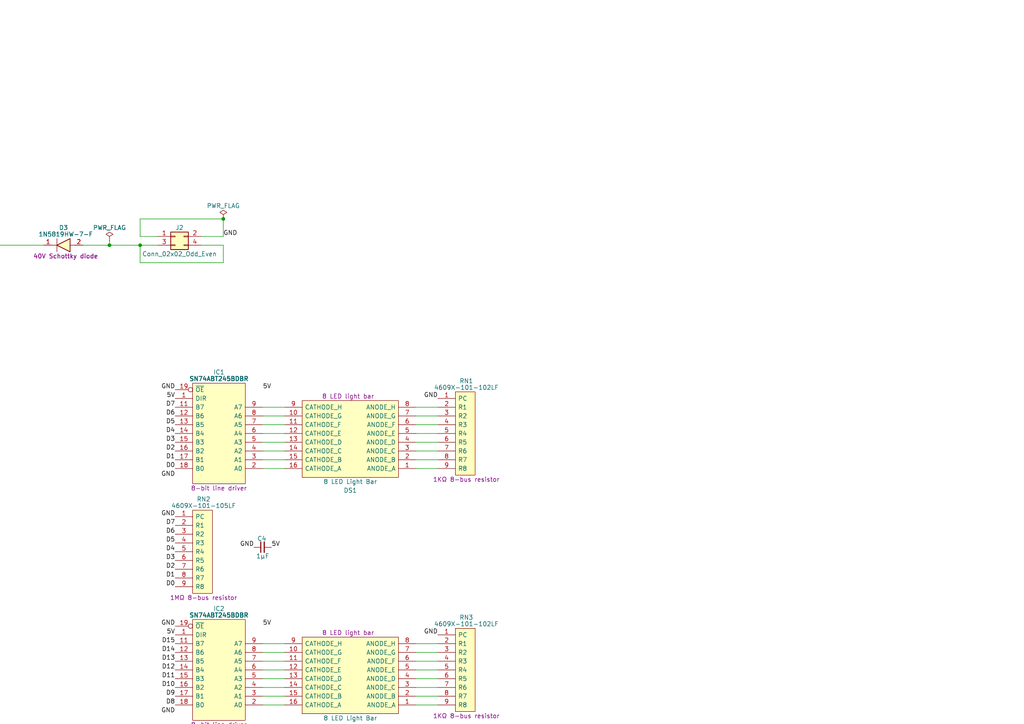
<source format=kicad_sch>
(kicad_sch (version 20231120) (generator "eeschema") (generator_version "8.0")
  (paper "A4")
  (title_block (title "Signal Tester Left") (date "2024-01-28") (rev "V0"))
  (lib_symbols
    (symbol "Bourns:4609X-101-102LF" (pin_names (offset 0.762))
      (property "Reference" "RN" (at 8.255 5.08 0))
      (property "Value" "4609X-101-102LF" (at 8.255 3.175 0))
      (property "Description" "1KΩ 8-bus resistor" (at 8.255 -23.495 0))
      (symbol "4609X-101-102LF_0_0"
        (pin passive line (at 0 0 0) (length 5.08) (name "PC") (number "1"))
        (pin passive line (at 0 -2.54 0) (length 5.08) (name "R1") (number "2"))
        (pin passive line (at 0 -5.08 0) (length 5.08) (name "R2") (number "3"))
        (pin passive line (at 0 -7.62 0) (length 5.08) (name "R3") (number "4"))
        (pin passive line (at 0 -10.16 0) (length 5.08) (name "R4") (number "5"))
        (pin passive line (at 0 -12.7 0) (length 5.08) (name "R5") (number "6"))
        (pin passive line (at 0 -15.24 0) (length 5.08) (name "R6") (number "7"))
        (pin passive line (at 0 -17.78 0) (length 5.08) (name "R7") (number "8"))
        (pin passive line (at 0 -20.32 0) (length 5.08) (name "R8") (number "9"))
      )
      (symbol "4609X-101-102LF_0_1"
        (polyline (pts (xy 5.08 1.905) (xy 10.795 1.905) (xy 10.795 -22.225) (xy 5.08 -22.225) (xy 5.08 1.905)) (stroke (width 0.1524)) (fill (type background)))
      )
    )
    (symbol "Bourns:4609X-101-105LF" (pin_names (offset 0.762))
      (property "Reference" "RN" (at 8.255 5.08 0))
      (property "Value" "4609X-101-105LF" (at 8.255 3.175 0))
      (property "Description" "1MΩ 8-bus resistor" (at 8.255 -23.495 0))
      (symbol "4609X-101-105LF_0_0"
        (pin passive line (at 0 0 0) (length 5.08) (name "PC") (number "1"))
        (pin passive line (at 0 -2.54 0) (length 5.08) (name "R1") (number "2"))
        (pin passive line (at 0 -5.08 0) (length 5.08) (name "R2") (number "3"))
        (pin passive line (at 0 -7.62 0) (length 5.08) (name "R3") (number "4"))
        (pin passive line (at 0 -10.16 0) (length 5.08) (name "R4") (number "5"))
        (pin passive line (at 0 -12.7 0) (length 5.08) (name "R5") (number "6"))
        (pin passive line (at 0 -15.24 0) (length 5.08) (name "R6") (number "7"))
        (pin passive line (at 0 -17.78 0) (length 5.08) (name "R7") (number "8"))
        (pin passive line (at 0 -20.32 0) (length 5.08) (name "R8") (number "9"))
      )
      (symbol "4609X-101-105LF_0_1"
        (polyline (pts (xy 5.08 1.905) (xy 10.795 1.905) (xy 10.795 -22.225) (xy 5.08 -22.225) (xy 5.08 1.905)) (stroke (width 0.1524)) (fill (type background)))
      )
    )
    (symbol "Connector_Generic:Conn_02x02_Odd_Even" (pin_names (offset 1.016) hide)
      (property "Reference" "J" (at 1.27 2.54 0))
      (property "Value" "Conn_02x02_Odd_Even" (at 1.27 -5.08 0))
      (symbol "Conn_02x02_Odd_Even_1_1"
        (rectangle (start -1.27 -2.413) (end 0 -2.667) (stroke (width 0.1524)))
        (rectangle (start -1.27 0.127) (end 0 -0.127) (stroke (width 0.1524)))
        (rectangle (start -1.27 1.27) (end 3.81 -3.81) (stroke (width 0.254)) (fill (type background)))
        (rectangle (start 3.81 -2.413) (end 2.54 -2.667) (stroke (width 0.1524)))
        (rectangle (start 3.81 0.127) (end 2.54 -0.127) (stroke (width 0.1524)))
        (pin passive line (at -5.08 0 0) (length 3.81) (name "Pin_1") (number "1"))
        (pin passive line (at 7.62 0 180) (length 3.81) (name "Pin_2") (number "2"))
        (pin passive line (at -5.08 -2.54 0) (length 3.81) (name "Pin_3") (number "3"))
        (pin passive line (at 7.62 -2.54 180) (length 3.81) (name "Pin_4") (number "4"))
      )
    )
    (symbol "Connector_Generic:Conn_02x32_Odd_Even" (pin_names (offset 1.016) hide)
      (property "Reference" "J" (at 1.27 40.64 0))
      (property "Value" "Conn_02x32_Odd_Even" (at 1.27 -43.18 0))
      (symbol "Conn_02x32_Odd_Even_1_1"
        (rectangle (start -1.27 -40.513) (end 0 -40.767) (stroke (width 0.1524)))
        (rectangle (start -1.27 -37.973) (end 0 -38.227) (stroke (width 0.1524)))
        (rectangle (start -1.27 -35.433) (end 0 -35.687) (stroke (width 0.1524)))
        (rectangle (start -1.27 -32.893) (end 0 -33.147) (stroke (width 0.1524)))
        (rectangle (start -1.27 -30.353) (end 0 -30.607) (stroke (width 0.1524)))
        (rectangle (start -1.27 -27.813) (end 0 -28.067) (stroke (width 0.1524)))
        (rectangle (start -1.27 -25.273) (end 0 -25.527) (stroke (width 0.1524)))
        (rectangle (start -1.27 -22.733) (end 0 -22.987) (stroke (width 0.1524)))
        (rectangle (start -1.27 -20.193) (end 0 -20.447) (stroke (width 0.1524)))
        (rectangle (start -1.27 -17.653) (end 0 -17.907) (stroke (width 0.1524)))
        (rectangle (start -1.27 -15.113) (end 0 -15.367) (stroke (width 0.1524)))
        (rectangle (start -1.27 -12.573) (end 0 -12.827) (stroke (width 0.1524)))
        (rectangle (start -1.27 -10.033) (end 0 -10.287) (stroke (width 0.1524)))
        (rectangle (start -1.27 -7.493) (end 0 -7.747) (stroke (width 0.1524)))
        (rectangle (start -1.27 -4.953) (end 0 -5.207) (stroke (width 0.1524)))
        (rectangle (start -1.27 -2.413) (end 0 -2.667) (stroke (width 0.1524)))
        (rectangle (start -1.27 0.127) (end 0 -0.127) (stroke (width 0.1524)))
        (rectangle (start -1.27 2.667) (end 0 2.413) (stroke (width 0.1524)))
        (rectangle (start -1.27 5.207) (end 0 4.953) (stroke (width 0.1524)))
        (rectangle (start -1.27 7.747) (end 0 7.493) (stroke (width 0.1524)))
        (rectangle (start -1.27 10.287) (end 0 10.033) (stroke (width 0.1524)))
        (rectangle (start -1.27 12.827) (end 0 12.573) (stroke (width 0.1524)))
        (rectangle (start -1.27 15.367) (end 0 15.113) (stroke (width 0.1524)))
        (rectangle (start -1.27 17.907) (end 0 17.653) (stroke (width 0.1524)))
        (rectangle (start -1.27 20.447) (end 0 20.193) (stroke (width 0.1524)))
        (rectangle (start -1.27 22.987) (end 0 22.733) (stroke (width 0.1524)))
        (rectangle (start -1.27 25.527) (end 0 25.273) (stroke (width 0.1524)))
        (rectangle (start -1.27 28.067) (end 0 27.813) (stroke (width 0.1524)))
        (rectangle (start -1.27 30.607) (end 0 30.353) (stroke (width 0.1524)))
        (rectangle (start -1.27 33.147) (end 0 32.893) (stroke (width 0.1524)))
        (rectangle (start -1.27 35.687) (end 0 35.433) (stroke (width 0.1524)))
        (rectangle (start -1.27 38.227) (end 0 37.973) (stroke (width 0.1524)))
        (rectangle (start -1.27 39.37) (end 3.81 -41.91) (stroke (width 0.254)) (fill (type background)))
        (rectangle (start 3.81 -40.513) (end 2.54 -40.767) (stroke (width 0.1524)))
        (rectangle (start 3.81 -37.973) (end 2.54 -38.227) (stroke (width 0.1524)))
        (rectangle (start 3.81 -35.433) (end 2.54 -35.687) (stroke (width 0.1524)))
        (rectangle (start 3.81 -32.893) (end 2.54 -33.147) (stroke (width 0.1524)))
        (rectangle (start 3.81 -30.353) (end 2.54 -30.607) (stroke (width 0.1524)))
        (rectangle (start 3.81 -27.813) (end 2.54 -28.067) (stroke (width 0.1524)))
        (rectangle (start 3.81 -25.273) (end 2.54 -25.527) (stroke (width 0.1524)))
        (rectangle (start 3.81 -22.733) (end 2.54 -22.987) (stroke (width 0.1524)))
        (rectangle (start 3.81 -20.193) (end 2.54 -20.447) (stroke (width 0.1524)))
        (rectangle (start 3.81 -17.653) (end 2.54 -17.907) (stroke (width 0.1524)))
        (rectangle (start 3.81 -15.113) (end 2.54 -15.367) (stroke (width 0.1524)))
        (rectangle (start 3.81 -12.573) (end 2.54 -12.827) (stroke (width 0.1524)))
        (rectangle (start 3.81 -10.033) (end 2.54 -10.287) (stroke (width 0.1524)))
        (rectangle (start 3.81 -7.493) (end 2.54 -7.747) (stroke (width 0.1524)))
        (rectangle (start 3.81 -4.953) (end 2.54 -5.207) (stroke (width 0.1524)))
        (rectangle (start 3.81 -2.413) (end 2.54 -2.667) (stroke (width 0.1524)))
        (rectangle (start 3.81 0.127) (end 2.54 -0.127) (stroke (width 0.1524)))
        (rectangle (start 3.81 2.667) (end 2.54 2.413) (stroke (width 0.1524)))
        (rectangle (start 3.81 5.207) (end 2.54 4.953) (stroke (width 0.1524)))
        (rectangle (start 3.81 7.747) (end 2.54 7.493) (stroke (width 0.1524)))
        (rectangle (start 3.81 10.287) (end 2.54 10.033) (stroke (width 0.1524)))
        (rectangle (start 3.81 12.827) (end 2.54 12.573) (stroke (width 0.1524)))
        (rectangle (start 3.81 15.367) (end 2.54 15.113) (stroke (width 0.1524)))
        (rectangle (start 3.81 17.907) (end 2.54 17.653) (stroke (width 0.1524)))
        (rectangle (start 3.81 20.447) (end 2.54 20.193) (stroke (width 0.1524)))
        (rectangle (start 3.81 22.987) (end 2.54 22.733) (stroke (width 0.1524)))
        (rectangle (start 3.81 25.527) (end 2.54 25.273) (stroke (width 0.1524)))
        (rectangle (start 3.81 28.067) (end 2.54 27.813) (stroke (width 0.1524)))
        (rectangle (start 3.81 30.607) (end 2.54 30.353) (stroke (width 0.1524)))
        (rectangle (start 3.81 33.147) (end 2.54 32.893) (stroke (width 0.1524)))
        (rectangle (start 3.81 35.687) (end 2.54 35.433) (stroke (width 0.1524)))
        (rectangle (start 3.81 38.227) (end 2.54 37.973) (stroke (width 0.1524)))
        (pin passive line (at -5.08 38.1 0) (length 3.81) (name "Pin_1") (number "1"))
        (pin passive line (at 7.62 27.94 180) (length 3.81) (name "Pin_10") (number "10"))
        (pin passive line (at -5.08 25.4 0) (length 3.81) (name "Pin_11") (number "11"))
        (pin passive line (at 7.62 25.4 180) (length 3.81) (name "Pin_12") (number "12"))
        (pin passive line (at -5.08 22.86 0) (length 3.81) (name "Pin_13") (number "13"))
        (pin passive line (at 7.62 22.86 180) (length 3.81) (name "Pin_14") (number "14"))
        (pin passive line (at -5.08 20.32 0) (length 3.81) (name "Pin_15") (number "15"))
        (pin passive line (at 7.62 20.32 180) (length 3.81) (name "Pin_16") (number "16"))
        (pin passive line (at -5.08 17.78 0) (length 3.81) (name "Pin_17") (number "17"))
        (pin passive line (at 7.62 17.78 180) (length 3.81) (name "Pin_18") (number "18"))
        (pin passive line (at -5.08 15.24 0) (length 3.81) (name "Pin_19") (number "19"))
        (pin passive line (at 7.62 38.1 180) (length 3.81) (name "Pin_2") (number "2"))
        (pin passive line (at 7.62 15.24 180) (length 3.81) (name "Pin_20") (number "20"))
        (pin passive line (at -5.08 12.7 0) (length 3.81) (name "Pin_21") (number "21"))
        (pin passive line (at 7.62 12.7 180) (length 3.81) (name "Pin_22") (number "22"))
        (pin passive line (at -5.08 10.16 0) (length 3.81) (name "Pin_23") (number "23"))
        (pin passive line (at 7.62 10.16 180) (length 3.81) (name "Pin_24") (number "24"))
        (pin passive line (at -5.08 7.62 0) (length 3.81) (name "Pin_25") (number "25"))
        (pin passive line (at 7.62 7.62 180) (length 3.81) (name "Pin_26") (number "26"))
        (pin passive line (at -5.08 5.08 0) (length 3.81) (name "Pin_27") (number "27"))
        (pin passive line (at 7.62 5.08 180) (length 3.81) (name "Pin_28") (number "28"))
        (pin passive line (at -5.08 2.54 0) (length 3.81) (name "Pin_29") (number "29"))
        (pin passive line (at -5.08 35.56 0) (length 3.81) (name "Pin_3") (number "3"))
        (pin passive line (at 7.62 2.54 180) (length 3.81) (name "Pin_30") (number "30"))
        (pin passive line (at -5.08 0 0) (length 3.81) (name "Pin_31") (number "31"))
        (pin passive line (at 7.62 0 180) (length 3.81) (name "Pin_32") (number "32"))
        (pin passive line (at -5.08 -2.54 0) (length 3.81) (name "Pin_33") (number "33"))
        (pin passive line (at 7.62 -2.54 180) (length 3.81) (name "Pin_34") (number "34"))
        (pin passive line (at -5.08 -5.08 0) (length 3.81) (name "Pin_35") (number "35"))
        (pin passive line (at 7.62 -5.08 180) (length 3.81) (name "Pin_36") (number "36"))
        (pin passive line (at -5.08 -7.62 0) (length 3.81) (name "Pin_37") (number "37"))
        (pin passive line (at 7.62 -7.62 180) (length 3.81) (name "Pin_38") (number "38"))
        (pin passive line (at -5.08 -10.16 0) (length 3.81) (name "Pin_39") (number "39"))
        (pin passive line (at 7.62 35.56 180) (length 3.81) (name "Pin_4") (number "4"))
        (pin passive line (at 7.62 -10.16 180) (length 3.81) (name "Pin_40") (number "40"))
        (pin passive line (at -5.08 -12.7 0) (length 3.81) (name "Pin_41") (number "41"))
        (pin passive line (at 7.62 -12.7 180) (length 3.81) (name "Pin_42") (number "42"))
        (pin passive line (at -5.08 -15.24 0) (length 3.81) (name "Pin_43") (number "43"))
        (pin passive line (at 7.62 -15.24 180) (length 3.81) (name "Pin_44") (number "44"))
        (pin passive line (at -5.08 -17.78 0) (length 3.81) (name "Pin_45") (number "45"))
        (pin passive line (at 7.62 -17.78 180) (length 3.81) (name "Pin_46") (number "46"))
        (pin passive line (at -5.08 -20.32 0) (length 3.81) (name "Pin_47") (number "47"))
        (pin passive line (at 7.62 -20.32 180) (length 3.81) (name "Pin_48") (number "48"))
        (pin passive line (at -5.08 -22.86 0) (length 3.81) (name "Pin_49") (number "49"))
        (pin passive line (at -5.08 33.02 0) (length 3.81) (name "Pin_5") (number "5"))
        (pin passive line (at 7.62 -22.86 180) (length 3.81) (name "Pin_50") (number "50"))
        (pin passive line (at -5.08 -25.4 0) (length 3.81) (name "Pin_51") (number "51"))
        (pin passive line (at 7.62 -25.4 180) (length 3.81) (name "Pin_52") (number "52"))
        (pin passive line (at -5.08 -27.94 0) (length 3.81) (name "Pin_53") (number "53"))
        (pin passive line (at 7.62 -27.94 180) (length 3.81) (name "Pin_54") (number "54"))
        (pin passive line (at -5.08 -30.48 0) (length 3.81) (name "Pin_55") (number "55"))
        (pin passive line (at 7.62 -30.48 180) (length 3.81) (name "Pin_56") (number "56"))
        (pin passive line (at -5.08 -33.02 0) (length 3.81) (name "Pin_57") (number "57"))
        (pin passive line (at 7.62 -33.02 180) (length 3.81) (name "Pin_58") (number "58"))
        (pin passive line (at -5.08 -35.56 0) (length 3.81) (name "Pin_59") (number "59"))
        (pin passive line (at 7.62 33.02 180) (length 3.81) (name "Pin_6") (number "6"))
        (pin passive line (at 7.62 -35.56 180) (length 3.81) (name "Pin_60") (number "60"))
        (pin passive line (at -5.08 -38.1 0) (length 3.81) (name "Pin_61") (number "61"))
        (pin passive line (at 7.62 -38.1 180) (length 3.81) (name "Pin_62") (number "62"))
        (pin passive line (at -5.08 -40.64 0) (length 3.81) (name "Pin_63") (number "63"))
        (pin passive line (at 7.62 -40.64 180) (length 3.81) (name "Pin_64") (number "64"))
        (pin passive line (at -5.08 30.48 0) (length 3.81) (name "Pin_7") (number "7"))
        (pin passive line (at 7.62 30.48 180) (length 3.81) (name "Pin_8") (number "8"))
        (pin passive line (at -5.08 27.94 0) (length 3.81) (name "Pin_9") (number "9"))
      )
    )
    (symbol "Device:LED_Small_Filled" (pin_numbers hide) (pin_names (offset 0.254) hide)
      (property "Reference" "D" (at -1.27 3.175 0))
      (property "Value" "LED_Small_Filled" (at -4.445 -2.54 0))
      (symbol "LED_Small_Filled_0_1"
        (polyline (pts (xy -0.762 -1.016) (xy -0.762 1.016)) (stroke (width 0.254)))
        (polyline (pts (xy 1.016 0) (xy -0.762 0)))
        (polyline (pts (xy 0.762 -1.016) (xy -0.762 0) (xy 0.762 1.016) (xy 0.762 -1.016)) (stroke (width 0.254)) (fill (type outline)))
        (polyline (pts (xy 0 0.762) (xy -0.508 1.27) (xy -0.254 1.27) (xy -0.508 1.27) (xy -0.508 1.016)))
        (polyline (pts (xy 0.508 1.27) (xy 0 1.778) (xy 0.254 1.778) (xy 0 1.778) (xy 0 1.524)))
      )
      (symbol "LED_Small_Filled_1_1"
        (pin passive line (at -2.54 0 0) (length 1.778) (name "K") (number "1"))
        (pin passive line (at 2.54 0 180) (length 1.778) (name "A") (number "2"))
      )
    )
    (symbol "Diodes_Inc:1N5819HW-7-F" (pin_names (offset 0.762))
      (property "Reference" "D" (at 5.715 5.08 0))
      (property "Value" "1N5819HW-7-F" (at 6.35 3.175 0))
      (property "Description" "40V Schottky diode" (at 6.35 -3.175 0))
      (symbol "1N5819HW-7-F_0_0"
        (pin passive line (at 0 0 0) (length 2.54) (name "~") (number "1"))
        (pin passive line (at 11.43 0 180) (length 2.54) (name "~") (number "2"))
      )
      (symbol "1N5819HW-7-F_0_1"
        (polyline (pts (xy 2.54 0) (xy 3.81 0)) (stroke (width 0.1524)))
        (polyline (pts (xy 3.81 1.905) (xy 3.81 -1.905)) (stroke (width 0.1524)))
        (polyline (pts (xy 7.62 0) (xy 8.89 0)) (stroke (width 0.1524)))
        (polyline (pts (xy 3.81 0) (xy 7.62 1.905) (xy 7.62 -1.905) (xy 3.81 0)) (stroke (width 0.254)) (fill (type background)))
      )
    )
    (symbol "HCP65:C_0805" (pin_numbers hide) (pin_names (offset 0.254) hide)
      (property "Reference" "C" (at 2.286 2.54 0))
      (property "Value" "?μF" (at 2.54 -2.54 0))
      (symbol "C_0805_0_1"
        (polyline (pts (xy 1.9685 -1.4605) (xy 1.9685 1.5875)) (stroke (width 0.3048)))
        (polyline (pts (xy 2.9845 -1.4605) (xy 2.9845 1.5875)) (stroke (width 0.3302)))
      )
      (symbol "C_0805_1_1"
        (pin passive line (at 0 0 0) (length 2.032) (name "~") (number "1"))
        (pin passive line (at 5.08 0 180) (length 2.032) (name "~") (number "2"))
      )
    )
    (symbol "HCP65:R_0805" (pin_numbers hide) (pin_names hide)
      (property "Reference" "R" (at 2.54 1.778 0))
      (property "Value" "?Ω" (at 2.54 -1.905 0))
      (symbol "R_0805_0_1"
        (rectangle (start 0.762 0.762) (end 4.318 -0.762) (stroke (width 0.2032)))
      )
      (symbol "R_0805_1_1"
        (pin passive line (at 0 0 0) (length 0.72) (name "~") (number "1"))
        (pin passive line (at 5.08 0 180) (length 0.72) (name "~") (number "2"))
      )
    )
    (symbol "Osram:8 LED Light Bar" (pin_names (offset 0.762))
      (property "Reference" "DS" (at 19.05 6.35 0))
      (property "Value" "8 LED Light Bar" (at 19.05 3.81 0))
      (property "Description" "8 LED light bar" (at 19.685 -20.955 0))
      (symbol "8 LED Light Bar_0_0"
        (pin passive line (at 0 0 0) (length 5.08) (name "ANODE_A") (number "1"))
        (pin passive line (at 38.1 -15.24 180) (length 5.08) (name "CATHODE_G") (number "10"))
        (pin passive line (at 38.1 -12.7 180) (length 5.08) (name "CATHODE_F") (number "11"))
        (pin passive line (at 38.1 -10.16 180) (length 5.08) (name "CATHODE_E") (number "12"))
        (pin passive line (at 38.1 -7.62 180) (length 5.08) (name "CATHODE_D") (number "13"))
        (pin passive line (at 38.1 -5.08 180) (length 5.08) (name "CATHODE_C") (number "14"))
        (pin passive line (at 38.1 -2.54 180) (length 5.08) (name "CATHODE_B") (number "15"))
        (pin passive line (at 38.1 0 180) (length 5.08) (name "CATHODE_A") (number "16"))
        (pin passive line (at 0 -2.54 0) (length 5.08) (name "ANODE_B") (number "2"))
        (pin passive line (at 0 -5.08 0) (length 5.08) (name "ANODE_C") (number "3"))
        (pin passive line (at 0 -7.62 0) (length 5.08) (name "ANODE_D") (number "4"))
        (pin passive line (at 0 -10.16 0) (length 5.08) (name "ANODE_E") (number "5"))
        (pin passive line (at 0 -12.7 0) (length 5.08) (name "ANODE_F") (number "6"))
        (pin passive line (at 0 -15.24 0) (length 5.08) (name "ANODE_G") (number "7"))
        (pin passive line (at 0 -17.78 0) (length 5.08) (name "ANODE_H") (number "8"))
        (pin passive line (at 38.1 -17.78 180) (length 5.08) (name "CATHODE_H") (number "9"))
      )
      (symbol "8 LED Light Bar_0_1"
        (polyline (pts (xy 5.08 2.54) (xy 33.02 2.54) (xy 33.02 -19.685) (xy 5.08 -19.685) (xy 5.08 2.54)) (stroke (width 0.1524)) (fill (type background)))
      )
    )
    (symbol "Regulator_Linear:L7806" (pin_names (offset 0.254))
      (property "Reference" "U" (at -3.81 3.175 0))
      (property "Value" "L7806" (at 0 3.175 0))
      (symbol "L7806_0_1"
        (rectangle (start -5.08 1.905) (end 5.08 -5.08) (stroke (width 0.254)) (fill (type background)))
      )
      (symbol "L7806_1_1"
        (pin power_in line (at -7.62 0 0) (length 2.54) (name "IN") (number "1"))
        (pin power_in line (at 0 -7.62 90) (length 2.54) (name "GND") (number "2"))
        (pin power_out line (at 7.62 0 180) (length 2.54) (name "OUT") (number "3"))
      )
    )
    (symbol "Texas_Instruments:SN74ABT245BDBR" (pin_names (offset 0.762))
      (property "Reference" "IC" (at 12.7 5.08 0))
      (property "Value" "SN74ABT245BDBR" (at 12.7 3.175 0))
      (property "Description" "8-bit line driver" (at 12.7 -28.575 0))
      (symbol "SN74ABT245BDBR_0_0"
        (pin input line (at 0 -2.54 0) (length 5.08) (name "DIR") (number "1"))
        (pin passive line (at 0 -25.4 0) (length 5.08) hide (name "GND") (number "10"))
        (pin tri_state line (at 0 -5.08 0) (length 5.08) (name "B7") (number "11"))
        (pin tri_state line (at 0 -7.62 0) (length 5.08) (name "B6") (number "12"))
        (pin tri_state line (at 0 -10.16 0) (length 5.08) (name "B5") (number "13"))
        (pin tri_state line (at 0 -12.7 0) (length 5.08) (name "B4") (number "14"))
        (pin tri_state line (at 0 -15.24 0) (length 5.08) (name "B3") (number "15"))
        (pin tri_state line (at 0 -17.78 0) (length 5.08) (name "B2") (number "16"))
        (pin tri_state line (at 0 -20.32 0) (length 5.08) (name "B1") (number "17"))
        (pin tri_state line (at 0 -22.86 0) (length 5.08) (name "B0") (number "18"))
        (pin input inverted (at 0 0 0) (length 5.08) (name "~{OE}") (number "19"))
        (pin tri_state line (at 25.4 -22.86 180) (length 5.08) (name "A0") (number "2"))
        (pin passive line (at 25.4 0 180) (length 5.08) hide (name "5V") (number "20"))
        (pin tri_state line (at 25.4 -20.32 180) (length 5.08) (name "A1") (number "3"))
        (pin tri_state line (at 25.4 -17.78 180) (length 5.08) (name "A2") (number "4"))
        (pin tri_state line (at 25.4 -15.24 180) (length 5.08) (name "A3") (number "5"))
        (pin tri_state line (at 25.4 -12.7 180) (length 5.08) (name "A4") (number "6"))
        (pin tri_state line (at 25.4 -10.16 180) (length 5.08) (name "A5") (number "7"))
        (pin tri_state line (at 25.4 -7.62 180) (length 5.08) (name "A6") (number "8"))
        (pin tri_state line (at 25.4 -5.08 180) (length 5.08) (name "A7") (number "9"))
      )
      (symbol "SN74ABT245BDBR_0_1"
        (polyline (pts (xy 5.08 1.905) (xy 20.32 1.905) (xy 20.32 -27.305) (xy 5.08 -27.305) (xy 5.08 1.905)) (stroke (width 0.1524)) (fill (type background)))
      )
    )
    (symbol "power:PWR_FLAG" (power) (pin_numbers hide) (pin_names (offset 0) hide)
      (property "Value" "PWR_FLAG" (at 0 3.81 0))
      (symbol "PWR_FLAG_0_0"
        (pin power_out line (at 0 0 90) (length 0) (name "pwr") (number "1"))
      )
      (symbol "PWR_FLAG_0_1"
        (polyline (pts (xy 0 0) (xy 0 1.27) (xy -1.016 1.905) (xy 0 2.54) (xy 1.016 1.905) (xy 0 1.27)))
      )
    )
  )
  (junction (at 40.64 71.12))
  (junction (at -52.07 71.12))
  (junction (at -63.5 71.12))
  (junction (at 64.77 63.5))
  (junction (at 31.75 71.12))
  (junction (at -24.13 71.12))
  (wire (pts (xy 127 189.23) (xy 120.65 189.23)))
  (wire (pts (xy 40.64 63.5) (xy 40.64 68.58)))
  (wire (pts (xy 24.13 71.12) (xy 31.75 71.12)))
  (wire (pts (xy 127 269.24) (xy 120.65 269.24)))
  (wire (pts (xy 127 194.31) (xy 120.65 194.31)))
  (wire (pts (xy 127 261.62) (xy 120.65 261.62)))
  (wire (pts (xy 127 264.16) (xy 120.65 264.16)))
  (wire (pts (xy 82.55 259.08) (xy 76.2 259.08)))
  (wire (pts (xy 127 274.32) (xy 120.65 274.32)))
  (wire (pts (xy 127 325.12) (xy 120.65 325.12)))
  (wire (pts (xy 127 266.7) (xy 120.65 266.7)))
  (wire (pts (xy 40.64 71.12) (xy 40.64 76.2)))
  (wire (pts (xy 82.55 194.31) (xy 76.2 194.31)))
  (wire (pts (xy 82.55 130.81) (xy 76.2 130.81)))
  (wire (pts (xy 82.55 201.93) (xy 76.2 201.93)))
  (wire (pts (xy 127 335.28) (xy 120.65 335.28)))
  (wire (pts (xy 82.55 125.73) (xy 76.2 125.73)))
  (wire (pts (xy 82.55 342.9) (xy 76.2 342.9)))
  (wire (pts (xy 31.75 69.85) (xy 31.75 71.12)))
  (wire (pts (xy -63.5 76.2) (xy -63.5 77.47)))
  (wire (pts (xy 127 128.27) (xy 120.65 128.27)))
  (wire (pts (xy 58.42 71.12) (xy 64.77 71.12)))
  (wire (pts (xy 127 120.65) (xy 120.65 120.65)))
  (wire (pts (xy 82.55 325.12) (xy 76.2 325.12)))
  (wire (pts (xy 127 259.08) (xy 120.65 259.08)))
  (wire (pts (xy 82.55 274.32) (xy 76.2 274.32)))
  (wire (pts (xy 127 196.85) (xy 120.65 196.85)))
  (wire (pts (xy 127 199.39) (xy 120.65 199.39)))
  (wire (pts (xy 82.55 337.82) (xy 76.2 337.82)))
  (wire (pts (xy 82.55 128.27) (xy 76.2 128.27)))
  (wire (pts (xy -63.5 71.12) (xy -52.07 71.12)))
  (wire (pts (xy 127 125.73) (xy 120.65 125.73)))
  (wire (pts (xy 82.55 118.11) (xy 76.2 118.11)))
  (wire (pts (xy 127 271.78) (xy 120.65 271.78)))
  (wire (pts (xy -24.13 71.12) (xy 12.7 71.12)))
  (wire (pts (xy 127 186.69) (xy 120.65 186.69)))
  (wire (pts (xy 127 118.11) (xy 120.65 118.11)))
  (wire (pts (xy 82.55 123.19) (xy 76.2 123.19)))
  (wire (pts (xy 127 130.81) (xy 120.65 130.81)))
  (wire (pts (xy 127 135.89) (xy 120.65 135.89)))
  (wire (pts (xy 127 337.82) (xy 120.65 337.82)))
  (wire (pts (xy 64.77 63.5) (xy 64.77 68.58)))
  (wire (pts (xy 127 191.77) (xy 120.65 191.77)))
  (wire (pts (xy 82.55 186.69) (xy 76.2 186.69)))
  (wire (pts (xy -52.07 71.12) (xy -43.18 71.12)))
  (wire (pts (xy 82.55 330.2) (xy 76.2 330.2)))
  (wire (pts (xy 127 332.74) (xy 120.65 332.74)))
  (wire (pts (xy 82.55 191.77) (xy 76.2 191.77)))
  (wire (pts (xy 82.55 264.16) (xy 76.2 264.16)))
  (wire (pts (xy 127 201.93) (xy 120.65 201.93)))
  (wire (pts (xy 82.55 266.7) (xy 76.2 266.7)))
  (wire (pts (xy 82.55 256.54) (xy 76.2 256.54)))
  (wire (pts (xy 82.55 271.78) (xy 76.2 271.78)))
  (wire (pts (xy 82.55 261.62) (xy 76.2 261.62)))
  (wire (pts (xy 40.64 68.58) (xy 45.72 68.58)))
  (wire (pts (xy 82.55 133.35) (xy 76.2 133.35)))
  (wire (pts (xy 127 342.9) (xy 120.65 342.9)))
  (wire (pts (xy 127 204.47) (xy 120.65 204.47)))
  (wire (pts (xy 82.55 204.47) (xy 76.2 204.47)))
  (wire (pts (xy 40.64 71.12) (xy 45.72 71.12)))
  (wire (pts (xy 82.55 196.85) (xy 76.2 196.85)))
  (wire (pts (xy 82.55 340.36) (xy 76.2 340.36)))
  (wire (pts (xy 82.55 189.23) (xy 76.2 189.23)))
  (wire (pts (xy 127 340.36) (xy 120.65 340.36)))
  (wire (pts (xy 82.55 332.74) (xy 76.2 332.74)))
  (wire (pts (xy 40.64 63.5) (xy 64.77 63.5)))
  (wire (pts (xy 127 123.19) (xy 120.65 123.19)))
  (wire (pts (xy 82.55 327.66) (xy 76.2 327.66)))
  (wire (pts (xy 82.55 269.24) (xy 76.2 269.24)))
  (wire (pts (xy 127 327.66) (xy 120.65 327.66)))
  (wire (pts (xy 40.64 76.2) (xy 64.77 76.2)))
  (wire (pts (xy 58.42 68.58) (xy 64.77 68.58)))
  (wire (pts (xy 31.75 71.12) (xy 40.64 71.12)))
  (wire (pts (xy 82.55 335.28) (xy 76.2 335.28)))
  (wire (pts (xy 127 256.54) (xy 120.65 256.54)))
  (wire (pts (xy -68.58 71.12) (xy -63.5 71.12)))
  (wire (pts (xy 82.55 120.65) (xy 76.2 120.65)))
  (wire (pts (xy 82.55 199.39) (xy 76.2 199.39)))
  (wire (pts (xy -52.07 71.12) (xy -52.07 73.66)))
  (wire (pts (xy 82.55 135.89) (xy 76.2 135.89)))
  (wire (pts (xy 127 133.35) (xy 120.65 133.35)))
  (wire (pts (xy 64.77 76.2) (xy 64.77 71.12)))
  (wire (pts (xy 127 330.2) (xy 120.65 330.2)))
  (wire (pts (xy -24.13 71.12) (xy -27.94 71.12)))
  (label "D7" (at 50.8 152.4 180))
  (label "D5" (at -24.13 127 180))
  (label "D21" (at -11.43 167.64 0))
  (label "D25" (at 50.8 374.65 180))
  (label "D6" (at 50.8 120.65 180))
  (label "D20" (at 50.8 264.16 180))
  (label "GND" (at 50.8 207.01 180))
  (label "D12" (at 50.8 228.6 180))
  (label "D4" (at -11.43 124.46 0))
  (label "5V" (at 78.74 227.33 0))
  (label "D25" (at -11.43 177.8 0))
  (label "D22" (at 50.8 259.08 180))
  (label "D0" (at -11.43 114.3 0))
  (label "5V" (at 50.8 254 180))
  (label "D27" (at 50.8 335.28 180))
  (label "D15" (at -11.43 152.4 0))
  (label "D9" (at 50.8 201.93 180))
  (label "D20" (at -24.13 165.1 180))
  (label "D29" (at 50.8 330.2 180))
  (label "5V" (at 78.74 297.18 0))
  (label "5V" (at 78.74 365.76 0))
  (label "D23" (at -11.43 172.72 0))
  (label "D23" (at -24.13 172.72 180))
  (label "D9" (at -11.43 137.16 0))
  (label "GND" (at 50.8 345.44 180))
  (label "GND" (at 127 184.15 180))
  (label "D26" (at -24.13 180.34 180))
  (label "GND" (at 50.8 356.87 180))
  (label "5V" (at 50.8 322.58 180))
  (label "D5" (at 50.8 157.48 180))
  (label "D20" (at 50.8 298.45 180))
  (label "D28" (at -11.43 185.42 0))
  (label "D10" (at -24.13 139.7 180))
  (label "D5" (at 50.8 123.19 180))
  (label "D14" (at 50.8 223.52 180))
  (label "D2" (at 50.8 165.1 180))
  (label "D18" (at -11.43 160.02 0))
  (label "D10" (at -11.43 139.7 0))
  (label "D4" (at -24.13 124.46 180))
  (label "GND" (at 50.8 288.29 180))
  (label "D7" (at 50.8 118.11 180))
  (label "GND" (at 50.8 181.61 180))
  (label "5V" (at 76.2 320.04 0))
  (label "D23" (at 50.8 256.54 180))
  (label "D6" (at 50.8 154.94 180))
  (label "D30" (at -24.13 190.5 180))
  (label "D1" (at -11.43 116.84 0))
  (label "D28" (at -24.13 185.42 180))
  (label "D25" (at 50.8 340.36 180))
  (label "D15" (at 50.8 220.98 180))
  (label "D9" (at -24.13 137.16 180))
  (label "D31" (at 50.8 359.41 180))
  (label "D16" (at 50.8 274.32 180))
  (label "5V" (at 50.8 115.57 180))
  (label "5V" (at 50.8 184.15 180))
  (label "D11" (at -24.13 142.24 180))
  (label "GND" (at 73.66 365.76 180))
  (label "12V Forward" (at -21.59 71.12 0))
  (label "D21" (at -24.13 167.64 180))
  (label "D22" (at 50.8 293.37 180))
  (label "GND" (at 73.66 297.18 180))
  (label "D8" (at -24.13 134.62 180))
  (label "D11" (at -11.43 142.24 0))
  (label "D3" (at -11.43 121.92 0))
  (label "D9" (at 50.8 236.22 180))
  (label "D1" (at 50.8 167.64 180))
  (label "D27" (at -24.13 182.88 180))
  (label "D8" (at 50.8 204.47 180))
  (label "D17" (at 50.8 306.07 180))
  (label "GND" (at 73.66 227.33 180))
  (label "D26" (at 50.8 337.82 180))
  (label "5V" (at 76.2 181.61 0))
  (label "D14" (at 50.8 189.23 180))
  (label "D24" (at 50.8 342.9 180))
  (label "GND" (at 50.8 138.43 180))
  (label "D29" (at -11.43 187.96 0))
  (label "D1" (at 50.8 133.35 180))
  (label "D6" (at -11.43 129.54 0))
  (label "D24" (at -11.43 175.26 0))
  (label "GND" (at 50.8 218.44 180))
  (label "D17" (at -11.43 157.48 0))
  (label "D8" (at 50.8 238.76 180))
  (label "D13" (at -11.43 147.32 0))
  (label "D5" (at -11.43 127 0))
  (label "D12" (at 50.8 194.31 180))
  (label "D29" (at 50.8 364.49 180))
  (label "D19" (at -11.43 162.56 0))
  (label "D7" (at -11.43 132.08 0))
  (label "D13" (at 50.8 191.77 180))
  (label "D30" (at 50.8 361.95 180))
  (label "5V" (at 76.2 251.46 0))
  (label "D29" (at -24.13 187.96 180))
  (label "GND" (at -63.5 82.55 270))
  (label "D22" (at -24.13 170.18 180))
  (label "D6" (at -24.13 129.54 180))
  (label "D16" (at -11.43 154.94 0))
  (label "D26" (at 50.8 372.11 180))
  (label "GND" (at 50.8 320.04 180))
  (label "D12" (at -24.13 144.78 180))
  (label "D10" (at 50.8 233.68 180))
  (label "5V" (at 78.74 158.75 0))
  (label "D20" (at -11.43 165.1 0))
  (label "D12" (at -11.43 144.78 0))
  (label "D15" (at -24.13 152.4 180))
  (label "D14" (at -24.13 149.86 180))
  (label "GND" (at -52.07 78.74 270))
  (label "D11" (at 50.8 196.85 180))
  (label "D1" (at -24.13 116.84 180))
  (label "D0" (at -24.13 114.3 180))
  (label "D13" (at 50.8 226.06 180))
  (label "D19" (at 50.8 300.99 180))
  (label "D2" (at -11.43 119.38 0))
  (label "D19" (at 50.8 266.7 180))
  (label "D27" (at -11.43 182.88 0))
  (label "5V" (at -68.58 71.12 180))
  (label "D31" (at -11.43 193.04 0))
  (label "D31" (at -24.13 193.04 180))
  (label "D30" (at 50.8 327.66 180))
  (label "D0" (at 50.8 135.89 180))
  (label "GND" (at 73.66 158.75 180))
  (label "D25" (at -24.13 177.8 180))
  (label "D26" (at -11.43 180.34 0))
  (label "D2" (at 50.8 130.81 180))
  (label "D18" (at -24.13 160.02 180))
  (label "D13" (at -24.13 147.32 180))
  (label "GND" (at 50.8 149.86 180))
  (label "D8" (at -11.43 134.62 0))
  (label "GND" (at 127 254 180))
  (label "D21" (at 50.8 261.62 180))
  (label "D24" (at -24.13 175.26 180))
  (label "D2" (at -24.13 119.38 180))
  (label "D17" (at -24.13 157.48 180))
  (label "D11" (at 50.8 231.14 180))
  (label "D0" (at 50.8 170.18 180))
  (label "D4" (at 50.8 160.02 180))
  (label "GND" (at 50.8 113.03 180))
  (label "D24" (at 50.8 377.19 180))
  (label "D18" (at 50.8 269.24 180))
  (label "D19" (at -24.13 162.56 180))
  (label "D3" (at 50.8 162.56 180))
  (label "D28" (at 50.8 367.03 180))
  (label "D31" (at 50.8 325.12 180))
  (label "GND" (at 127 115.57 180))
  (label "D18" (at 50.8 303.53 180))
  (label "5V" (at 76.2 113.03 0))
  (label "D17" (at 50.8 271.78 180))
  (label "D7" (at -24.13 132.08 180))
  (label "D10" (at 50.8 199.39 180))
  (label "GND" (at 50.8 251.46 180))
  (label "D15" (at 50.8 186.69 180))
  (label "D27" (at 50.8 369.57 180))
  (label "D3" (at -24.13 121.92 180))
  (label "GND" (at 127 322.58 180))
  (label "D14" (at -11.43 149.86 0))
  (label "GND" (at -35.56 78.74 270))
  (label "D28" (at 50.8 332.74 180))
  (label "D16" (at 50.8 308.61 180))
  (label "D16" (at -24.13 154.94 180))
  (label "D21" (at 50.8 295.91 180))
  (label "GND" (at 50.8 276.86 180))
  (label "D4" (at 50.8 125.73 180))
  (label "D3" (at 50.8 128.27 180))
  (label "D22" (at -11.43 170.18 0))
  (label "GND" (at 64.77 68.58 0))
  (label "D23" (at 50.8 290.83 180))
  (label "D30" (at -11.43 190.5 0))
  (symbol (lib_id "Bourns:4609X-101-105LF") (at 50.8 288.29 0) (unit 1)
    (property "Reference" "RN6" (at 59.055 283.21 0))
    (property "Value" "4609X-101-105LF" (at 59.055 285.115 0))
    (property "Footprint" "SamacSys_Parts:4609X" (effects (hide yes)))
    (property "Datasheet" "https://www.bourns.com/pdfs/4600X.pdf" (effects (hide yes)))
    (property "Description" "1MΩ 8-bus resistor" (at 59.055 311.785 0))
    (property "Manufacturer_Name" "Bourns" (effects (hide yes)))
    (property "Manufacturer_Part_Number" "4609X-101-105LF" (effects (hide yes)))
    (property "Mouser Part Number" "652-4609X-1LF-1M" (effects (hide yes)))
    (property "Mouser Price/Stock" "https://www.mouser.com/Search/Refine.aspx?Keyword=652-4609X-1LF-1M" (effects (hide yes)))
    (property "Arrow Part Number" "4609X-101-105LF" (effects (hide yes)))
    (property "Arrow Price/Stock" "https://www.arrow.com/en/products/4609x-101-105lf/bourns?region=europe" (effects (hide yes)))
  )
  (symbol (lib_id "Osram:8 LED Light Bar") (at 120.65 135.89 180) (unit 1)
    (property "Reference" "DS1" (at 101.6 142.24 0))
    (property "Value" "8 LED Light Bar" (at 101.6 139.7 0))
    (property "Footprint" "SamacSys_Parts:DIP8LEDBAR" (effects (hide yes)))
    (property "Datasheet" "https://datasheet.datasheetarchive.com/originals/distributors/Datasheets-6/DSA-115789.pdf" (effects (hide yes)))
    (property "Description" "8 LED light bar" (at 100.965 114.935 0))
    (property "Height" "6.35" (effects (hide yes)))
    (property "Manufacturer_Name" "Avago Technologies" (effects (hide yes)))
    (property "Manufacturer_Part_Number" "HDSP-4830" (effects (hide yes)))
    (property "Mouser Part Number" "630-HDSP-4830" (effects (hide yes)))
    (property "Mouser Price/Stock" "https://www.mouser.co.uk/ProductDetail/Broadcom-Avago/HDSP-4830?qs=pQfy5%252BKCabIzUgkQ3%2FJOEw%3D%3D" (effects (hide yes)))
  )
  (symbol (lib_id "power:PWR_FLAG") (at -24.13 71.12 0) (unit 1)
    (property "Reference" "#FLG02" (effects (hide yes)))
    (property "Value" "PWR_FLAG" (at -24.13 67.31 0))
  )
  (symbol (lib_id "HCP65:C_0805") (at 73.66 158.75 0) (unit 1)
    (property "Reference" "C4" (at 75.946 156.21 0))
    (property "Value" "1μF" (at 76.2 161.29 0))
    (property "Footprint" "SamacSys_Parts:C_0805" (effects (hide yes)))
  )
  (symbol (lib_id "Bourns:4609X-101-105LF") (at 50.8 149.86 0) (unit 1)
    (property "Reference" "RN2" (at 59.055 144.78 0))
    (property "Value" "4609X-101-105LF" (at 59.055 146.685 0))
    (property "Footprint" "SamacSys_Parts:4609X" (effects (hide yes)))
    (property "Datasheet" "https://www.bourns.com/pdfs/4600X.pdf" (effects (hide yes)))
    (property "Description" "1MΩ 8-bus resistor" (at 59.055 173.355 0))
    (property "Manufacturer_Name" "Bourns" (effects (hide yes)))
    (property "Manufacturer_Part_Number" "4609X-101-105LF" (effects (hide yes)))
    (property "Mouser Part Number" "652-4609X-1LF-1M" (effects (hide yes)))
    (property "Mouser Price/Stock" "https://www.mouser.com/Search/Refine.aspx?Keyword=652-4609X-1LF-1M" (effects (hide yes)))
    (property "Arrow Part Number" "4609X-101-105LF" (effects (hide yes)))
    (property "Arrow Price/Stock" "https://www.arrow.com/en/products/4609x-101-105lf/bourns?region=europe" (effects (hide yes)))
  )
  (symbol (lib_id "HCP65:C_0805") (at 73.66 227.33 0) (unit 1)
    (property "Reference" "C3" (at 75.946 224.79 0))
    (property "Value" "1μF" (at 76.2 229.87 0))
    (property "Footprint" "SamacSys_Parts:C_0805" (effects (hide yes)))
  )
  (symbol (lib_id "Bourns:4609X-101-102LF") (at 127 322.58 0) (unit 1)
    (property "Reference" "RN7" (at 135.255 317.5 0))
    (property "Value" "4609X-101-102LF" (at 135.255 319.405 0))
    (property "Footprint" "SamacSys_Parts:4609X" (effects (hide yes)))
    (property "Datasheet" "https://www.mouser.com/datasheet/2/54/4600x-776645.pdf" (effects (hide yes)))
    (property "Description" "1KΩ 8-bus resistor" (at 135.255 346.075 0))
    (property "Height" "5.08" (effects (hide yes)))
    (property "Manufacturer_Name" "Bourns" (effects (hide yes)))
    (property "Manufacturer_Part_Number" "4609X-101-102LF" (effects (hide yes)))
    (property "Mouser Part Number" "652-4609X-1LF-1K" (effects (hide yes)))
    (property "Mouser Price/Stock" "https://www.mouser.co.uk/ProductDetail/Bourns/4609X-101-102LF?qs=nFt9sTYf7TAKYPPrg1sLvw%3D%3D" (effects (hide yes)))
    (property "Arrow Part Number" "4609X-101-102LF" (effects (hide yes)))
    (property "Arrow Price/Stock" "https://www.arrow.com/en/products/4609x-101-102lf/bourns?region=europe" (effects (hide yes)))
  )
  (symbol (lib_id "Regulator_Linear:L7806") (at -35.56 71.12 0) (mirror y) (unit 1)
    (property "Reference" "U1" (at -31.75 67.945 0))
    (property "Value" "L7805" (at -35.56 67.945 0) (effects (justify left)))
    (property "Footprint" "SamacSys_Parts:TO-220-3_Vertical" (effects (hide yes)))
    (property "Datasheet" "http://www.st.com/content/ccc/resource/technical/document/datasheet/41/4f/b3/b0/12/d4/47/88/CD00000444.pdf/files/CD00000444.pdf/jcr:content/translations/en.CD00000444.pdf" (effects (hide yes)))
  )
  (symbol (lib_id "Diodes_Inc:1N5819HW-7-F") (at 12.7 71.12 0) (unit 1)
    (property "Reference" "D3" (at 18.415 66.04 0))
    (property "Value" "1N5819HW-7-F" (at 19.05 67.945 0))
    (property "Footprint" "SOD3716X145N" (effects (hide yes)))
    (property "Datasheet" "https://datasheet.datasheetarchive.com/originals/distributors/Datasheets-DGA23/1390892.pdf" (effects (hide yes)))
    (property "Description" "40V Schottky diode" (at 19.05 74.295 0))
    (property "Height" "1.45" (effects (hide yes)))
    (property "Manufacturer_Name" "Diodes Inc." (effects (hide yes)))
    (property "Manufacturer_Part_Number" "1N5819HW-7-F" (effects (hide yes)))
    (property "Mouser Part Number" "621-1N5819HW-F" (effects (hide yes)))
    (property "Mouser Price/Stock" "https://www.mouser.co.uk/ProductDetail/Diodes-Incorporated/1N5819HW-7-F?qs=NQ47qNm99eDyWTEd07miYA%3D%3D" (effects (hide yes)))
    (property "Arrow Part Number" "1N5819HW-7-F" (effects (hide yes)))
    (property "Arrow Price/Stock" "https://www.arrow.com/en/products/1n5819hw-7-f/diodes-incorporated" (effects (hide yes)))
    (property "Silkscreen" "1N5819" (effects (hide yes)))
  )
  (symbol (lib_id "HCP65:C_0805") (at 73.66 297.18 0) (unit 1)
    (property "Reference" "C5" (at 75.946 294.64 0))
    (property "Value" "1μF" (at 76.2 299.72 0))
    (property "Footprint" "SamacSys_Parts:C_0805" (effects (hide yes)))
  )
  (symbol (lib_id "Bourns:4609X-101-102LF") (at 127 115.57 0) (unit 1)
    (property "Reference" "RN1" (at 135.255 110.49 0))
    (property "Value" "4609X-101-102LF" (at 135.255 112.395 0))
    (property "Footprint" "SamacSys_Parts:4609X" (effects (hide yes)))
    (property "Datasheet" "https://www.mouser.com/datasheet/2/54/4600x-776645.pdf" (effects (hide yes)))
    (property "Description" "1KΩ 8-bus resistor" (at 135.255 139.065 0))
    (property "Height" "5.08" (effects (hide yes)))
    (property "Manufacturer_Name" "Bourns" (effects (hide yes)))
    (property "Manufacturer_Part_Number" "4609X-101-102LF" (effects (hide yes)))
    (property "Mouser Part Number" "652-4609X-1LF-1K" (effects (hide yes)))
    (property "Mouser Price/Stock" "https://www.mouser.co.uk/ProductDetail/Bourns/4609X-101-102LF?qs=nFt9sTYf7TAKYPPrg1sLvw%3D%3D" (effects (hide yes)))
    (property "Arrow Part Number" "4609X-101-102LF" (effects (hide yes)))
    (property "Arrow Price/Stock" "https://www.arrow.com/en/products/4609x-101-102lf/bourns?region=europe" (effects (hide yes)))
  )
  (symbol (lib_id "power:PWR_FLAG") (at 31.75 69.85 0) (unit 1)
    (property "Reference" "#FLG01" (effects (hide yes)))
    (property "Value" "PWR_FLAG" (at 31.75 66.04 0))
  )
  (symbol (lib_id "HCP65:C_0805") (at 73.66 365.76 0) (unit 1)
    (property "Reference" "C6" (at 75.946 363.22 0))
    (property "Value" "1μF" (at 76.2 368.3 0))
    (property "Footprint" "SamacSys_Parts:C_0805" (effects (hide yes)))
  )
  (symbol (lib_id "HCP65:C_0805") (at -52.07 73.66 90) (mirror x) (unit 1)
    (property "Reference" "C1" (at -54.61 75.946 0))
    (property "Value" "10µF" (at -49.53 76.2 0))
    (property "Footprint" "SamacSys_Parts:C_0805" (effects (hide yes)))
  )
  (symbol (lib_id "Osram:8 LED Light Bar") (at 120.65 204.47 180) (unit 1)
    (property "Reference" "DS2" (at 101.6 210.82 0))
    (property "Value" "8 LED Light Bar" (at 101.6 208.28 0))
    (property "Footprint" "SamacSys_Parts:DIP8LEDBAR" (effects (hide yes)))
    (property "Datasheet" "https://datasheet.datasheetarchive.com/originals/distributors/Datasheets-6/DSA-115789.pdf" (effects (hide yes)))
    (property "Description" "8 LED light bar" (at 100.965 183.515 0))
    (property "Height" "6.35" (effects (hide yes)))
    (property "Manufacturer_Name" "Avago Technologies" (effects (hide yes)))
    (property "Manufacturer_Part_Number" "HDSP-4830" (effects (hide yes)))
    (property "Mouser Part Number" "630-HDSP-4830" (effects (hide yes)))
    (property "Mouser Price/Stock" "https://www.mouser.co.uk/ProductDetail/Broadcom-Avago/HDSP-4830?qs=pQfy5%252BKCabIzUgkQ3%2FJOEw%3D%3D" (effects (hide yes)))
  )
  (symbol (lib_id "Osram:8 LED Light Bar") (at 120.65 342.9 180) (unit 1)
    (property "Reference" "DS4" (at 101.6 349.25 0))
    (property "Value" "8 LED Light Bar" (at 101.6 346.71 0))
    (property "Footprint" "SamacSys_Parts:DIP8LEDBAR" (effects (hide yes)))
    (property "Datasheet" "https://datasheet.datasheetarchive.com/originals/distributors/Datasheets-6/DSA-115789.pdf" (effects (hide yes)))
    (property "Description" "8 LED light bar" (at 100.965 321.945 0))
    (property "Height" "6.35" (effects (hide yes)))
    (property "Manufacturer_Name" "Avago Technologies" (effects (hide yes)))
    (property "Manufacturer_Part_Number" "HDSP-4830" (effects (hide yes)))
    (property "Mouser Part Number" "630-HDSP-4830" (effects (hide yes)))
    (property "Mouser Price/Stock" "https://www.mouser.co.uk/ProductDetail/Broadcom-Avago/HDSP-4830?qs=pQfy5%252BKCabIzUgkQ3%2FJOEw%3D%3D" (effects (hide yes)))
  )
  (symbol (lib_id "power:PWR_FLAG") (at 64.77 63.5 0) (unit 1)
    (property "Reference" "#FLG03" (effects (hide yes)))
    (property "Value" "PWR_FLAG" (at 64.77 59.69 0))
  )
  (symbol (lib_id "Texas_Instruments:SN74ABT245BDBR") (at 50.8 181.61 0) (unit 1)
    (property "Reference" "IC2" (at 63.5 176.53 0))
    (property "Value" "SN74ABT245BDBR" (at 63.5 178.435 0) (effects (font (bold yes))))
    (property "Footprint" "SOP65P780X200-20N" (effects (hide yes)))
    (property "Datasheet" "http://www.ti.com/lit/gpn/sn74abt245b" (effects (hide yes)))
    (property "Description" "8-bit line driver" (at 63.5 210.185 0))
    (property "Height" "2" (effects (hide yes)))
    (property "Manufacturer_Name" "Texas Instruments" (effects (hide yes)))
    (property "Manufacturer_Part_Number" "SN74ABT245BDBR" (effects (hide yes)))
    (property "Mouser Part Number" "595-SN74ABT245BDBR" (effects (hide yes)))
    (property "Mouser Price/Stock" "https://www.mouser.co.uk/ProductDetail/Texas-Instruments/SN74ABT245BDBR?qs=5nGYs9Do7G0kvriH65mtcg%3D%3D" (effects (hide yes)))
    (property "Silkscreen" "74ABT245" (effects (hide yes)))
  )
  (symbol (lib_id "Bourns:4609X-101-102LF") (at 127 184.15 0) (unit 1)
    (property "Reference" "RN3" (at 135.255 179.07 0))
    (property "Value" "4609X-101-102LF" (at 135.255 180.975 0))
    (property "Footprint" "SamacSys_Parts:4609X" (effects (hide yes)))
    (property "Datasheet" "https://www.mouser.com/datasheet/2/54/4600x-776645.pdf" (effects (hide yes)))
    (property "Description" "1KΩ 8-bus resistor" (at 135.255 207.645 0))
    (property "Height" "5.08" (effects (hide yes)))
    (property "Manufacturer_Name" "Bourns" (effects (hide yes)))
    (property "Manufacturer_Part_Number" "4609X-101-102LF" (effects (hide yes)))
    (property "Mouser Part Number" "652-4609X-1LF-1K" (effects (hide yes)))
    (property "Mouser Price/Stock" "https://www.mouser.co.uk/ProductDetail/Bourns/4609X-101-102LF?qs=nFt9sTYf7TAKYPPrg1sLvw%3D%3D" (effects (hide yes)))
    (property "Arrow Part Number" "4609X-101-102LF" (effects (hide yes)))
    (property "Arrow Price/Stock" "https://www.arrow.com/en/products/4609x-101-102lf/bourns?region=europe" (effects (hide yes)))
  )
  (symbol (lib_id "Bourns:4609X-101-105LF") (at 50.8 218.44 0) (unit 1)
    (property "Reference" "RN4" (at 59.055 213.36 0))
    (property "Value" "4609X-101-105LF" (at 59.055 215.265 0))
    (property "Footprint" "SamacSys_Parts:4609X" (effects (hide yes)))
    (property "Datasheet" "https://www.bourns.com/pdfs/4600X.pdf" (effects (hide yes)))
    (property "Description" "1MΩ 8-bus resistor" (at 59.055 241.935 0))
    (property "Manufacturer_Name" "Bourns" (effects (hide yes)))
    (property "Manufacturer_Part_Number" "4609X-101-105LF" (effects (hide yes)))
    (property "Mouser Part Number" "652-4609X-1LF-1M" (effects (hide yes)))
    (property "Mouser Price/Stock" "https://www.mouser.com/Search/Refine.aspx?Keyword=652-4609X-1LF-1M" (effects (hide yes)))
    (property "Arrow Part Number" "4609X-101-105LF" (effects (hide yes)))
    (property "Arrow Price/Stock" "https://www.arrow.com/en/products/4609x-101-105lf/bourns?region=europe" (effects (hide yes)))
  )
  (symbol (lib_id "HCP65:R_0805") (at -63.5 82.55 90) (unit 1)
    (property "Reference" "R1" (at -66.04 80.01 90))
    (property "Value" "10KΩ" (at -61.595 80.01 0))
    (property "Footprint" "SamacSys_Parts:R_0805" (effects (hide yes)))
  )
  (symbol (lib_id "Osram:8 LED Light Bar") (at 120.65 274.32 180) (unit 1)
    (property "Reference" "DS3" (at 101.6 280.67 0))
    (property "Value" "8 LED Light Bar" (at 101.6 278.13 0))
    (property "Footprint" "SamacSys_Parts:DIP8LEDBAR" (effects (hide yes)))
    (property "Datasheet" "https://datasheet.datasheetarchive.com/originals/distributors/Datasheets-6/DSA-115789.pdf" (effects (hide yes)))
    (property "Description" "8 LED light bar" (at 100.965 253.365 0))
    (property "Height" "6.35" (effects (hide yes)))
    (property "Manufacturer_Name" "Avago Technologies" (effects (hide yes)))
    (property "Manufacturer_Part_Number" "HDSP-4830" (effects (hide yes)))
    (property "Mouser Part Number" "630-HDSP-4830" (effects (hide yes)))
    (property "Mouser Price/Stock" "https://www.mouser.co.uk/ProductDetail/Broadcom-Avago/HDSP-4830?qs=pQfy5%252BKCabIzUgkQ3%2FJOEw%3D%3D" (effects (hide yes)))
  )
  (symbol (lib_id "Device:LED_Small_Filled") (at -63.5 73.66 90) (unit 1)
    (property "Reference" "LED1" (at -65.405 73.66 90) (effects (justify left)))
    (property "Value" "LED_Small_Filled" (at -59.69 87.63 0) (effects (justify left)))
    (property "Footprint" "LED_THT:LED_D5.0mm" (effects (hide yes)))
  )
  (symbol (lib_id "Texas_Instruments:SN74ABT245BDBR") (at 50.8 251.46 0) (unit 1)
    (property "Reference" "IC3" (at 63.5 246.38 0))
    (property "Value" "SN74ABT245BDBR" (at 63.5 248.285 0) (effects (font (bold yes))))
    (property "Footprint" "SOP65P780X200-20N" (effects (hide yes)))
    (property "Datasheet" "http://www.ti.com/lit/gpn/sn74abt245b" (effects (hide yes)))
    (property "Description" "8-bit line driver" (at 63.5 280.035 0))
    (property "Height" "2" (effects (hide yes)))
    (property "Manufacturer_Name" "Texas Instruments" (effects (hide yes)))
    (property "Manufacturer_Part_Number" "SN74ABT245BDBR" (effects (hide yes)))
    (property "Mouser Part Number" "595-SN74ABT245BDBR" (effects (hide yes)))
    (property "Mouser Price/Stock" "https://www.mouser.co.uk/ProductDetail/Texas-Instruments/SN74ABT245BDBR?qs=5nGYs9Do7G0kvriH65mtcg%3D%3D" (effects (hide yes)))
    (property "Silkscreen" "74ABT245" (effects (hide yes)))
  )
  (symbol (lib_id "Texas_Instruments:SN74ABT245BDBR") (at 50.8 320.04 0) (unit 1)
    (property "Reference" "IC4" (at 63.5 314.96 0))
    (property "Value" "SN74ABT245BDBR" (at 63.5 316.865 0) (effects (font (bold yes))))
    (property "Footprint" "SOP65P780X200-20N" (effects (hide yes)))
    (property "Datasheet" "http://www.ti.com/lit/gpn/sn74abt245b" (effects (hide yes)))
    (property "Description" "8-bit line driver" (at 63.5 348.615 0))
    (property "Height" "2" (effects (hide yes)))
    (property "Manufacturer_Name" "Texas Instruments" (effects (hide yes)))
    (property "Manufacturer_Part_Number" "SN74ABT245BDBR" (effects (hide yes)))
    (property "Mouser Part Number" "595-SN74ABT245BDBR" (effects (hide yes)))
    (property "Mouser Price/Stock" "https://www.mouser.co.uk/ProductDetail/Texas-Instruments/SN74ABT245BDBR?qs=5nGYs9Do7G0kvriH65mtcg%3D%3D" (effects (hide yes)))
    (property "Silkscreen" "74ABT245" (effects (hide yes)))
  )
  (symbol (lib_id "Bourns:4609X-101-102LF") (at 127 254 0) (unit 1)
    (property "Reference" "RN5" (at 135.255 248.92 0))
    (property "Value" "4609X-101-102LF" (at 135.255 250.825 0))
    (property "Footprint" "SamacSys_Parts:4609X" (effects (hide yes)))
    (property "Datasheet" "https://www.mouser.com/datasheet/2/54/4600x-776645.pdf" (effects (hide yes)))
    (property "Description" "1KΩ 8-bus resistor" (at 135.255 277.495 0))
    (property "Height" "5.08" (effects (hide yes)))
    (property "Manufacturer_Name" "Bourns" (effects (hide yes)))
    (property "Manufacturer_Part_Number" "4609X-101-102LF" (effects (hide yes)))
    (property "Mouser Part Number" "652-4609X-1LF-1K" (effects (hide yes)))
    (property "Mouser Price/Stock" "https://www.mouser.co.uk/ProductDetail/Bourns/4609X-101-102LF?qs=nFt9sTYf7TAKYPPrg1sLvw%3D%3D" (effects (hide yes)))
    (property "Arrow Part Number" "4609X-101-102LF" (effects (hide yes)))
    (property "Arrow Price/Stock" "https://www.arrow.com/en/products/4609x-101-102lf/bourns?region=europe" (effects (hide yes)))
  )
  (symbol (lib_id "Connector_Generic:Conn_02x02_Odd_Even") (at 50.8 68.58 0) (unit 1)
    (property "Reference" "J2" (at 52.07 66.04 0))
    (property "Value" "Conn_02x02_Odd_Even" (at 52.07 73.66 0))
    (property "Footprint" "Connector_PinSocket_2.54mm:PinSocket_2x02_P2.54mm_Vertical" (effects (hide yes)))
  )
  (symbol (lib_id "Bourns:4609X-101-105LF") (at 50.8 356.87 0) (unit 1)
    (property "Reference" "RN8" (at 59.055 351.79 0))
    (property "Value" "4609X-101-105LF" (at 59.055 353.695 0))
    (property "Footprint" "SamacSys_Parts:4609X" (effects (hide yes)))
    (property "Datasheet" "https://www.bourns.com/pdfs/4600X.pdf" (effects (hide yes)))
    (property "Description" "1MΩ 8-bus resistor" (at 59.055 380.365 0))
    (property "Manufacturer_Name" "Bourns" (effects (hide yes)))
    (property "Manufacturer_Part_Number" "4609X-101-105LF" (effects (hide yes)))
    (property "Mouser Part Number" "652-4609X-1LF-1M" (effects (hide yes)))
    (property "Mouser Price/Stock" "https://www.mouser.com/Search/Refine.aspx?Keyword=652-4609X-1LF-1M" (effects (hide yes)))
    (property "Arrow Part Number" "4609X-101-105LF" (effects (hide yes)))
    (property "Arrow Price/Stock" "https://www.arrow.com/en/products/4609x-101-105lf/bourns?region=europe" (effects (hide yes)))
  )
  (symbol (lib_id "Connector_Generic:Conn_02x32_Odd_Even") (at -19.05 152.4 0) (unit 1)
    (property "Reference" "J3" (at -17.78 111.76 0))
    (property "Value" "Conn_02x32_Odd_Even" (at -17.78 195.58 0))
    (property "Footprint" "Connector_PinHeader_2.54mm:PinHeader_2x32_P2.54mm_Vertical" (effects (hide yes)))
  )
  (symbol (lib_id "Texas_Instruments:SN74ABT245BDBR") (at 50.8 113.03 0) (unit 1)
    (property "Reference" "IC1" (at 63.5 107.95 0))
    (property "Value" "SN74ABT245BDBR" (at 63.5 109.855 0) (effects (font (bold yes))))
    (property "Footprint" "SOP65P780X200-20N" (effects (hide yes)))
    (property "Datasheet" "http://www.ti.com/lit/gpn/sn74abt245b" (effects (hide yes)))
    (property "Description" "8-bit line driver" (at 63.5 141.605 0))
    (property "Height" "2" (effects (hide yes)))
    (property "Manufacturer_Name" "Texas Instruments" (effects (hide yes)))
    (property "Manufacturer_Part_Number" "SN74ABT245BDBR" (effects (hide yes)))
    (property "Mouser Part Number" "595-SN74ABT245BDBR" (effects (hide yes)))
    (property "Mouser Price/Stock" "https://www.mouser.co.uk/ProductDetail/Texas-Instruments/SN74ABT245BDBR?qs=5nGYs9Do7G0kvriH65mtcg%3D%3D" (effects (hide yes)))
    (property "Silkscreen" "74ABT245" (effects (hide yes)))
  )
)
</source>
